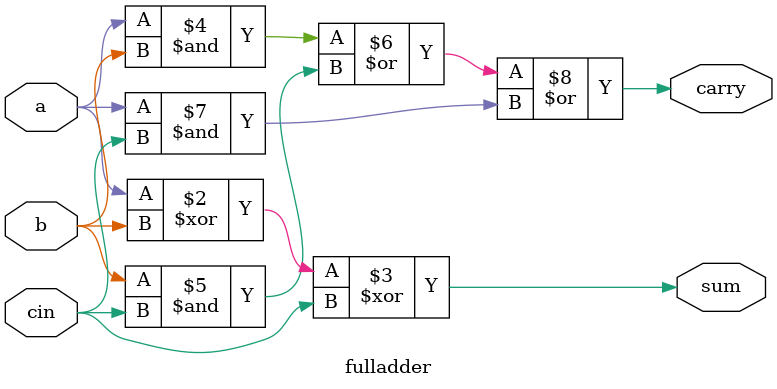
<source format=v>
module fulladder(sum,carry,a,b,cin);

input  a,b;
input cin;
output reg  sum;
output reg carry;

always @(a or b) begin
#1;
sum = a  ^ b ^ cin;
carry = (a & b) | (b & cin) | (a & cin);


$display (" -----------from Design------------");
 $display (" a = %0b",a);
	$display (" b = %0b",b);
	$display (" cin = %0b",cin);
	$display (" sum = %0b",sum);
	$display (" c_out = %0b",carry);
	$display (" ----------------------------------\n");
end
endmodule
</source>
